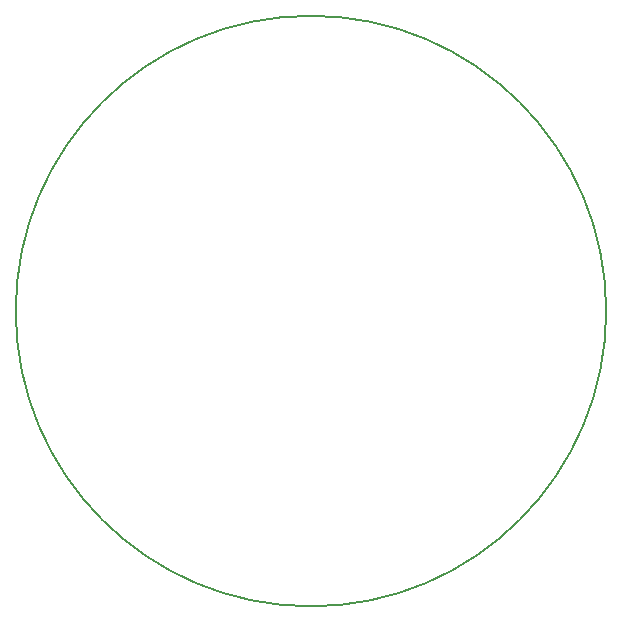
<source format=gbr>
G04 (created by PCBNEW (2013-jul-07)-stable) date tis  3 feb 2015 18:16:58*
%MOIN*%
G04 Gerber Fmt 3.4, Leading zero omitted, Abs format*
%FSLAX34Y34*%
G01*
G70*
G90*
G04 APERTURE LIST*
%ADD10C,0.00590551*%
G04 APERTURE END LIST*
G54D10*
X88582Y-59055D02*
G75*
G03X88582Y-59055I-9842J0D01*
G74*
G01*
M02*

</source>
